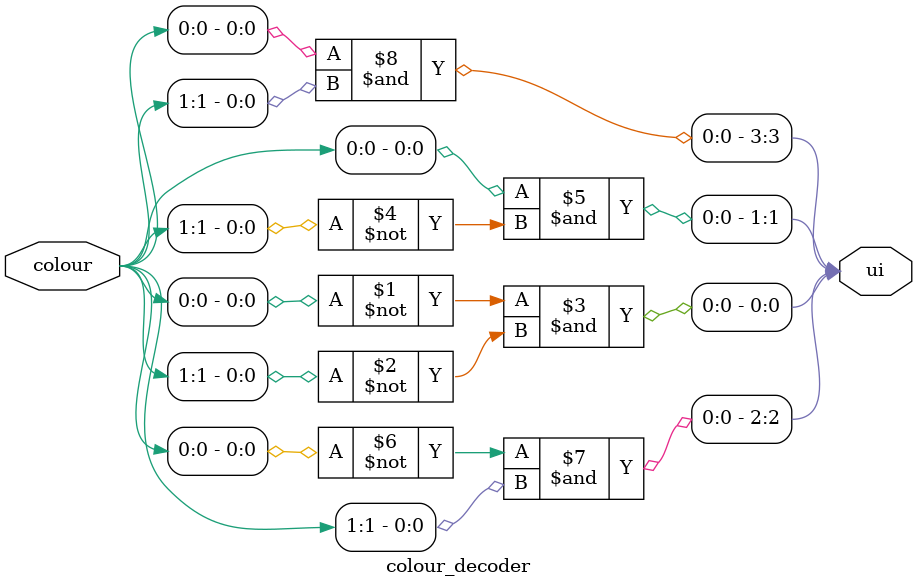
<source format=v>

module colour_decoder (
    input wire [1:0] colour, 
    output  wire [3:0] ui   
);

    // colour[1] goes high for Yellow or Green
    assign ui[0] = ~colour[0] & ~colour[1];             // ui[0] = red    
    assign ui[1] = colour[0] & ~colour[1];              // ui[1] = blue
    assign ui[2] = ~colour[0] & colour[1];              // ui[2] = yellow
    assign ui[3] = colour[0] & colour[1];               // ui[3] = green

endmodule

</source>
